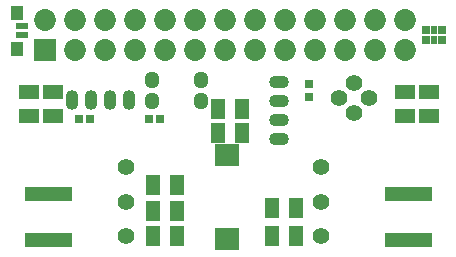
<source format=gts>
%FSTAX23Y23*%
%MOIN*%
%SFA1B1*%

%IPPOS*%
%AMD30*
4,1,8,0.021700,-0.012800,0.021700,0.012800,0.008900,0.025700,-0.008900,0.025700,-0.021700,0.012800,-0.021700,-0.012800,-0.008900,-0.025700,0.008900,-0.025700,0.021700,-0.012800,0.0*
1,1,0.025720,0.008900,-0.012800*
1,1,0.025720,0.008900,0.012800*
1,1,0.025720,-0.008900,0.012800*
1,1,0.025720,-0.008900,-0.012800*
%
%ADD15R,0.019810X0.047370*%
%ADD16R,0.078870X0.076900*%
%ADD17R,0.048000X0.068000*%
%ADD18R,0.030000X0.031620*%
%ADD19R,0.025720X0.025720*%
%ADD20R,0.023750X0.025720*%
%ADD21R,0.039500X0.023750*%
%ADD22R,0.043430X0.047370*%
%ADD23R,0.068000X0.048000*%
%ADD24R,0.029650X0.029650*%
%ADD25C,0.072960*%
%ADD26R,0.072960X0.072960*%
%ADD27O,0.043310X0.066930*%
%ADD28O,0.066930X0.043310*%
%ADD29C,0.055240*%
G04~CAMADD=30~8~0.0~0.0~513.1~434.3~128.6~0.0~15~0.0~0.0~0.0~0.0~0~0.0~0.0~0.0~0.0~0~0.0~0.0~0.0~270.0~436.0~514.0*
%ADD30D30*%
%LNfront_flex_dev_board-1*%
%LPD*%
G54D15*
X00198Y00201D03*
Y00048D03*
X00179Y00201D03*
Y00048D03*
X00159Y00201D03*
Y00048D03*
X00139Y00201D03*
Y00048D03*
X0012Y00201D03*
Y00048D03*
X001Y00201D03*
Y00048D03*
X0008Y00201D03*
Y00048D03*
X00061Y00201D03*
Y00048D03*
X01261D03*
Y00201D03*
X0128Y00048D03*
Y00201D03*
X013Y00048D03*
Y00201D03*
X0132Y00048D03*
Y00201D03*
X01339Y00048D03*
Y00201D03*
X01359Y00048D03*
Y00201D03*
X01379Y00048D03*
Y00201D03*
X01398Y00048D03*
Y00201D03*
G54D16*
X00725Y0033D03*
Y00049D03*
G54D17*
X00775Y00485D03*
X00695D03*
X00775Y00405D03*
X00695D03*
X00875Y00155D03*
X00955D03*
X00875Y0006D03*
X00955D03*
X0048D03*
X0056D03*
X0048Y00145D03*
X0056D03*
X0048Y0023D03*
X0056D03*
G54D18*
X00268Y0045D03*
X00231D03*
X00466D03*
X00503D03*
G54D19*
X01388Y00713D03*
X01441D03*
Y00746D03*
X01388D03*
G54D20*
X01415Y00713D03*
Y00746D03*
G54D21*
X00044Y00729D03*
Y0076D03*
G54D22*
X00027Y00804D03*
Y00685D03*
G54D23*
X00065Y0046D03*
Y0054D03*
X00145D03*
Y0046D03*
X0132Y0054D03*
Y0046D03*
X014D03*
Y0054D03*
G54D24*
X01Y00522D03*
Y00568D03*
G54D25*
X0132Y0078D03*
Y0068D03*
X0122Y0078D03*
Y0068D03*
X0112Y0078D03*
Y0068D03*
X0102Y0078D03*
Y0068D03*
X0092Y0078D03*
Y0068D03*
X0082Y0078D03*
Y0068D03*
X0072Y0078D03*
Y0068D03*
X0062Y0078D03*
Y0068D03*
X0052Y0078D03*
Y0068D03*
X0042Y0078D03*
Y0068D03*
X0032Y0078D03*
Y0068D03*
X0022Y0078D03*
Y0068D03*
X0012Y0078D03*
G54D26*
X0012Y0068D03*
G54D27*
X00399Y00515D03*
X00336D03*
X00273D03*
X0021D03*
G54D28*
X009Y00385D03*
Y00448D03*
Y00511D03*
Y00574D03*
G54D29*
X012Y0052D03*
X0115Y0057D03*
X011Y0052D03*
X0115Y0047D03*
X01039Y00175D03*
X0039D03*
X0039Y0006D03*
X0104D03*
X01039Y0029D03*
X0039D03*
G54D30*
X00475Y0051D03*
X0064D03*
X00475Y0058D03*
X0064D03*
M02*
</source>
